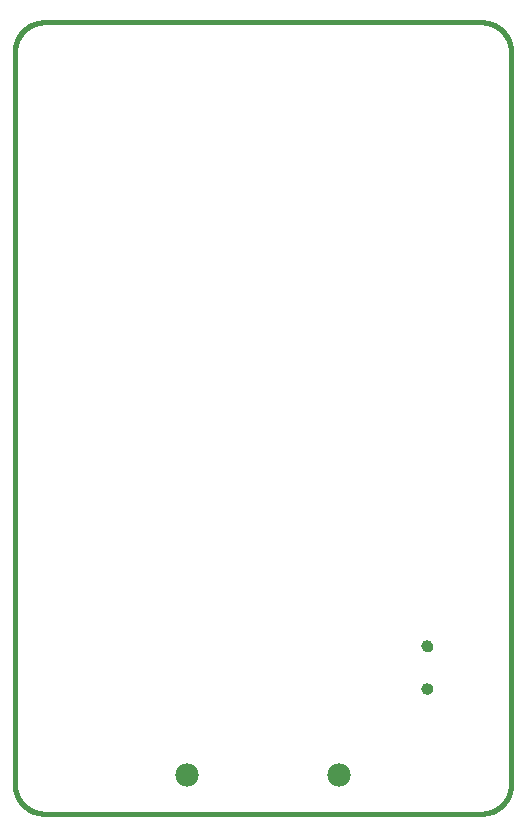
<source format=gbs>
G75*
%MOIN*%
%OFA0B0*%
%FSLAX25Y25*%
%IPPOS*%
%LPD*%
%AMOC8*
5,1,8,0,0,1.08239X$1,22.5*
%
%ADD10C,0.01600*%
%ADD11C,0.00000*%
%ADD12C,0.03950*%
%ADD13C,0.07800*%
D10*
X0004556Y0015973D02*
X0004556Y0260068D01*
X0004555Y0260068D02*
X0004558Y0260306D01*
X0004566Y0260544D01*
X0004581Y0260781D01*
X0004601Y0261018D01*
X0004627Y0261254D01*
X0004658Y0261490D01*
X0004695Y0261725D01*
X0004738Y0261959D01*
X0004787Y0262192D01*
X0004841Y0262424D01*
X0004901Y0262654D01*
X0004966Y0262883D01*
X0005037Y0263110D01*
X0005113Y0263335D01*
X0005195Y0263558D01*
X0005282Y0263780D01*
X0005374Y0263999D01*
X0005472Y0264216D01*
X0005574Y0264430D01*
X0005682Y0264642D01*
X0005796Y0264852D01*
X0005914Y0265058D01*
X0006037Y0265262D01*
X0006165Y0265462D01*
X0006297Y0265659D01*
X0006435Y0265854D01*
X0006577Y0266044D01*
X0006724Y0266232D01*
X0006875Y0266415D01*
X0007030Y0266595D01*
X0007190Y0266771D01*
X0007354Y0266943D01*
X0007523Y0267112D01*
X0007695Y0267276D01*
X0007871Y0267436D01*
X0008051Y0267591D01*
X0008234Y0267742D01*
X0008422Y0267889D01*
X0008612Y0268031D01*
X0008807Y0268169D01*
X0009004Y0268301D01*
X0009204Y0268429D01*
X0009408Y0268552D01*
X0009614Y0268670D01*
X0009824Y0268784D01*
X0010036Y0268892D01*
X0010250Y0268994D01*
X0010467Y0269092D01*
X0010686Y0269184D01*
X0010908Y0269271D01*
X0011131Y0269353D01*
X0011356Y0269429D01*
X0011583Y0269500D01*
X0011812Y0269565D01*
X0012042Y0269625D01*
X0012274Y0269679D01*
X0012507Y0269728D01*
X0012741Y0269771D01*
X0012976Y0269808D01*
X0013212Y0269839D01*
X0013448Y0269865D01*
X0013685Y0269885D01*
X0013922Y0269900D01*
X0014160Y0269908D01*
X0014398Y0269911D01*
X0014398Y0269910D02*
X0160068Y0269910D01*
X0160068Y0269911D02*
X0160306Y0269908D01*
X0160544Y0269900D01*
X0160781Y0269885D01*
X0161018Y0269865D01*
X0161254Y0269839D01*
X0161490Y0269808D01*
X0161725Y0269771D01*
X0161959Y0269728D01*
X0162192Y0269679D01*
X0162424Y0269625D01*
X0162654Y0269565D01*
X0162883Y0269500D01*
X0163110Y0269429D01*
X0163335Y0269353D01*
X0163558Y0269271D01*
X0163780Y0269184D01*
X0163999Y0269092D01*
X0164216Y0268994D01*
X0164430Y0268892D01*
X0164642Y0268784D01*
X0164852Y0268670D01*
X0165058Y0268552D01*
X0165262Y0268429D01*
X0165462Y0268301D01*
X0165659Y0268169D01*
X0165854Y0268031D01*
X0166044Y0267889D01*
X0166232Y0267742D01*
X0166415Y0267591D01*
X0166595Y0267436D01*
X0166771Y0267276D01*
X0166943Y0267112D01*
X0167112Y0266943D01*
X0167276Y0266771D01*
X0167436Y0266595D01*
X0167591Y0266415D01*
X0167742Y0266232D01*
X0167889Y0266044D01*
X0168031Y0265854D01*
X0168169Y0265659D01*
X0168301Y0265462D01*
X0168429Y0265262D01*
X0168552Y0265058D01*
X0168670Y0264852D01*
X0168784Y0264642D01*
X0168892Y0264430D01*
X0168994Y0264216D01*
X0169092Y0263999D01*
X0169184Y0263780D01*
X0169271Y0263558D01*
X0169353Y0263335D01*
X0169429Y0263110D01*
X0169500Y0262883D01*
X0169565Y0262654D01*
X0169625Y0262424D01*
X0169679Y0262192D01*
X0169728Y0261959D01*
X0169771Y0261725D01*
X0169808Y0261490D01*
X0169839Y0261254D01*
X0169865Y0261018D01*
X0169885Y0260781D01*
X0169900Y0260544D01*
X0169908Y0260306D01*
X0169911Y0260068D01*
X0169910Y0260068D02*
X0169910Y0015973D01*
X0169911Y0015973D02*
X0169908Y0015735D01*
X0169900Y0015497D01*
X0169885Y0015260D01*
X0169865Y0015023D01*
X0169839Y0014787D01*
X0169808Y0014551D01*
X0169771Y0014316D01*
X0169728Y0014082D01*
X0169679Y0013849D01*
X0169625Y0013617D01*
X0169565Y0013387D01*
X0169500Y0013158D01*
X0169429Y0012931D01*
X0169353Y0012706D01*
X0169271Y0012483D01*
X0169184Y0012261D01*
X0169092Y0012042D01*
X0168994Y0011825D01*
X0168892Y0011611D01*
X0168784Y0011399D01*
X0168670Y0011189D01*
X0168552Y0010983D01*
X0168429Y0010779D01*
X0168301Y0010579D01*
X0168169Y0010382D01*
X0168031Y0010187D01*
X0167889Y0009997D01*
X0167742Y0009809D01*
X0167591Y0009626D01*
X0167436Y0009446D01*
X0167276Y0009270D01*
X0167112Y0009098D01*
X0166943Y0008929D01*
X0166771Y0008765D01*
X0166595Y0008605D01*
X0166415Y0008450D01*
X0166232Y0008299D01*
X0166044Y0008152D01*
X0165854Y0008010D01*
X0165659Y0007872D01*
X0165462Y0007740D01*
X0165262Y0007612D01*
X0165058Y0007489D01*
X0164852Y0007371D01*
X0164642Y0007257D01*
X0164430Y0007149D01*
X0164216Y0007047D01*
X0163999Y0006949D01*
X0163780Y0006857D01*
X0163558Y0006770D01*
X0163335Y0006688D01*
X0163110Y0006612D01*
X0162883Y0006541D01*
X0162654Y0006476D01*
X0162424Y0006416D01*
X0162192Y0006362D01*
X0161959Y0006313D01*
X0161725Y0006270D01*
X0161490Y0006233D01*
X0161254Y0006202D01*
X0161018Y0006176D01*
X0160781Y0006156D01*
X0160544Y0006141D01*
X0160306Y0006133D01*
X0160068Y0006130D01*
X0160068Y0006131D02*
X0014398Y0006131D01*
X0014398Y0006130D02*
X0014160Y0006133D01*
X0013922Y0006141D01*
X0013685Y0006156D01*
X0013448Y0006176D01*
X0013212Y0006202D01*
X0012976Y0006233D01*
X0012741Y0006270D01*
X0012507Y0006313D01*
X0012274Y0006362D01*
X0012042Y0006416D01*
X0011812Y0006476D01*
X0011583Y0006541D01*
X0011356Y0006612D01*
X0011131Y0006688D01*
X0010908Y0006770D01*
X0010686Y0006857D01*
X0010467Y0006949D01*
X0010250Y0007047D01*
X0010036Y0007149D01*
X0009824Y0007257D01*
X0009614Y0007371D01*
X0009408Y0007489D01*
X0009204Y0007612D01*
X0009004Y0007740D01*
X0008807Y0007872D01*
X0008612Y0008010D01*
X0008422Y0008152D01*
X0008234Y0008299D01*
X0008051Y0008450D01*
X0007871Y0008605D01*
X0007695Y0008765D01*
X0007523Y0008929D01*
X0007354Y0009098D01*
X0007190Y0009270D01*
X0007030Y0009446D01*
X0006875Y0009626D01*
X0006724Y0009809D01*
X0006577Y0009997D01*
X0006435Y0010187D01*
X0006297Y0010382D01*
X0006165Y0010579D01*
X0006037Y0010779D01*
X0005914Y0010983D01*
X0005796Y0011189D01*
X0005682Y0011399D01*
X0005574Y0011611D01*
X0005472Y0011825D01*
X0005374Y0012042D01*
X0005282Y0012261D01*
X0005195Y0012483D01*
X0005113Y0012706D01*
X0005037Y0012931D01*
X0004966Y0013158D01*
X0004901Y0013387D01*
X0004841Y0013617D01*
X0004787Y0013849D01*
X0004738Y0014082D01*
X0004695Y0014316D01*
X0004658Y0014551D01*
X0004627Y0014787D01*
X0004601Y0015023D01*
X0004581Y0015260D01*
X0004566Y0015497D01*
X0004558Y0015735D01*
X0004555Y0015973D01*
D11*
X0140501Y0047745D02*
X0140503Y0047824D01*
X0140509Y0047903D01*
X0140519Y0047982D01*
X0140533Y0048060D01*
X0140550Y0048137D01*
X0140572Y0048213D01*
X0140597Y0048288D01*
X0140627Y0048361D01*
X0140659Y0048433D01*
X0140696Y0048504D01*
X0140736Y0048572D01*
X0140779Y0048638D01*
X0140825Y0048702D01*
X0140875Y0048764D01*
X0140928Y0048823D01*
X0140983Y0048879D01*
X0141042Y0048933D01*
X0141103Y0048983D01*
X0141166Y0049031D01*
X0141232Y0049075D01*
X0141300Y0049116D01*
X0141370Y0049153D01*
X0141441Y0049187D01*
X0141515Y0049217D01*
X0141589Y0049243D01*
X0141665Y0049265D01*
X0141742Y0049284D01*
X0141820Y0049299D01*
X0141898Y0049310D01*
X0141977Y0049317D01*
X0142056Y0049320D01*
X0142135Y0049319D01*
X0142214Y0049314D01*
X0142293Y0049305D01*
X0142371Y0049292D01*
X0142448Y0049275D01*
X0142525Y0049255D01*
X0142600Y0049230D01*
X0142674Y0049202D01*
X0142747Y0049170D01*
X0142817Y0049135D01*
X0142886Y0049096D01*
X0142953Y0049053D01*
X0143018Y0049007D01*
X0143080Y0048959D01*
X0143140Y0048907D01*
X0143197Y0048852D01*
X0143251Y0048794D01*
X0143302Y0048734D01*
X0143350Y0048671D01*
X0143395Y0048606D01*
X0143437Y0048538D01*
X0143475Y0048469D01*
X0143509Y0048398D01*
X0143540Y0048325D01*
X0143568Y0048250D01*
X0143591Y0048175D01*
X0143611Y0048098D01*
X0143627Y0048021D01*
X0143639Y0047942D01*
X0143647Y0047864D01*
X0143651Y0047785D01*
X0143651Y0047705D01*
X0143647Y0047626D01*
X0143639Y0047548D01*
X0143627Y0047469D01*
X0143611Y0047392D01*
X0143591Y0047315D01*
X0143568Y0047240D01*
X0143540Y0047165D01*
X0143509Y0047092D01*
X0143475Y0047021D01*
X0143437Y0046952D01*
X0143395Y0046884D01*
X0143350Y0046819D01*
X0143302Y0046756D01*
X0143251Y0046696D01*
X0143197Y0046638D01*
X0143140Y0046583D01*
X0143080Y0046531D01*
X0143018Y0046483D01*
X0142953Y0046437D01*
X0142886Y0046394D01*
X0142817Y0046355D01*
X0142747Y0046320D01*
X0142674Y0046288D01*
X0142600Y0046260D01*
X0142525Y0046235D01*
X0142448Y0046215D01*
X0142371Y0046198D01*
X0142293Y0046185D01*
X0142214Y0046176D01*
X0142135Y0046171D01*
X0142056Y0046170D01*
X0141977Y0046173D01*
X0141898Y0046180D01*
X0141820Y0046191D01*
X0141742Y0046206D01*
X0141665Y0046225D01*
X0141589Y0046247D01*
X0141515Y0046273D01*
X0141441Y0046303D01*
X0141370Y0046337D01*
X0141300Y0046374D01*
X0141232Y0046415D01*
X0141166Y0046459D01*
X0141103Y0046507D01*
X0141042Y0046557D01*
X0140983Y0046611D01*
X0140928Y0046667D01*
X0140875Y0046726D01*
X0140825Y0046788D01*
X0140779Y0046852D01*
X0140736Y0046918D01*
X0140696Y0046986D01*
X0140659Y0047057D01*
X0140627Y0047129D01*
X0140597Y0047202D01*
X0140572Y0047277D01*
X0140550Y0047353D01*
X0140533Y0047430D01*
X0140519Y0047508D01*
X0140509Y0047587D01*
X0140503Y0047666D01*
X0140501Y0047745D01*
X0140501Y0061918D02*
X0140503Y0061997D01*
X0140509Y0062076D01*
X0140519Y0062155D01*
X0140533Y0062233D01*
X0140550Y0062310D01*
X0140572Y0062386D01*
X0140597Y0062461D01*
X0140627Y0062534D01*
X0140659Y0062606D01*
X0140696Y0062677D01*
X0140736Y0062745D01*
X0140779Y0062811D01*
X0140825Y0062875D01*
X0140875Y0062937D01*
X0140928Y0062996D01*
X0140983Y0063052D01*
X0141042Y0063106D01*
X0141103Y0063156D01*
X0141166Y0063204D01*
X0141232Y0063248D01*
X0141300Y0063289D01*
X0141370Y0063326D01*
X0141441Y0063360D01*
X0141515Y0063390D01*
X0141589Y0063416D01*
X0141665Y0063438D01*
X0141742Y0063457D01*
X0141820Y0063472D01*
X0141898Y0063483D01*
X0141977Y0063490D01*
X0142056Y0063493D01*
X0142135Y0063492D01*
X0142214Y0063487D01*
X0142293Y0063478D01*
X0142371Y0063465D01*
X0142448Y0063448D01*
X0142525Y0063428D01*
X0142600Y0063403D01*
X0142674Y0063375D01*
X0142747Y0063343D01*
X0142817Y0063308D01*
X0142886Y0063269D01*
X0142953Y0063226D01*
X0143018Y0063180D01*
X0143080Y0063132D01*
X0143140Y0063080D01*
X0143197Y0063025D01*
X0143251Y0062967D01*
X0143302Y0062907D01*
X0143350Y0062844D01*
X0143395Y0062779D01*
X0143437Y0062711D01*
X0143475Y0062642D01*
X0143509Y0062571D01*
X0143540Y0062498D01*
X0143568Y0062423D01*
X0143591Y0062348D01*
X0143611Y0062271D01*
X0143627Y0062194D01*
X0143639Y0062115D01*
X0143647Y0062037D01*
X0143651Y0061958D01*
X0143651Y0061878D01*
X0143647Y0061799D01*
X0143639Y0061721D01*
X0143627Y0061642D01*
X0143611Y0061565D01*
X0143591Y0061488D01*
X0143568Y0061413D01*
X0143540Y0061338D01*
X0143509Y0061265D01*
X0143475Y0061194D01*
X0143437Y0061125D01*
X0143395Y0061057D01*
X0143350Y0060992D01*
X0143302Y0060929D01*
X0143251Y0060869D01*
X0143197Y0060811D01*
X0143140Y0060756D01*
X0143080Y0060704D01*
X0143018Y0060656D01*
X0142953Y0060610D01*
X0142886Y0060567D01*
X0142817Y0060528D01*
X0142747Y0060493D01*
X0142674Y0060461D01*
X0142600Y0060433D01*
X0142525Y0060408D01*
X0142448Y0060388D01*
X0142371Y0060371D01*
X0142293Y0060358D01*
X0142214Y0060349D01*
X0142135Y0060344D01*
X0142056Y0060343D01*
X0141977Y0060346D01*
X0141898Y0060353D01*
X0141820Y0060364D01*
X0141742Y0060379D01*
X0141665Y0060398D01*
X0141589Y0060420D01*
X0141515Y0060446D01*
X0141441Y0060476D01*
X0141370Y0060510D01*
X0141300Y0060547D01*
X0141232Y0060588D01*
X0141166Y0060632D01*
X0141103Y0060680D01*
X0141042Y0060730D01*
X0140983Y0060784D01*
X0140928Y0060840D01*
X0140875Y0060899D01*
X0140825Y0060961D01*
X0140779Y0061025D01*
X0140736Y0061091D01*
X0140696Y0061159D01*
X0140659Y0061230D01*
X0140627Y0061302D01*
X0140597Y0061375D01*
X0140572Y0061450D01*
X0140550Y0061526D01*
X0140533Y0061603D01*
X0140519Y0061681D01*
X0140509Y0061760D01*
X0140503Y0061839D01*
X0140501Y0061918D01*
D12*
X0142076Y0061918D03*
X0142076Y0047745D03*
D13*
X0112430Y0019123D03*
X0062036Y0019123D03*
M02*

</source>
